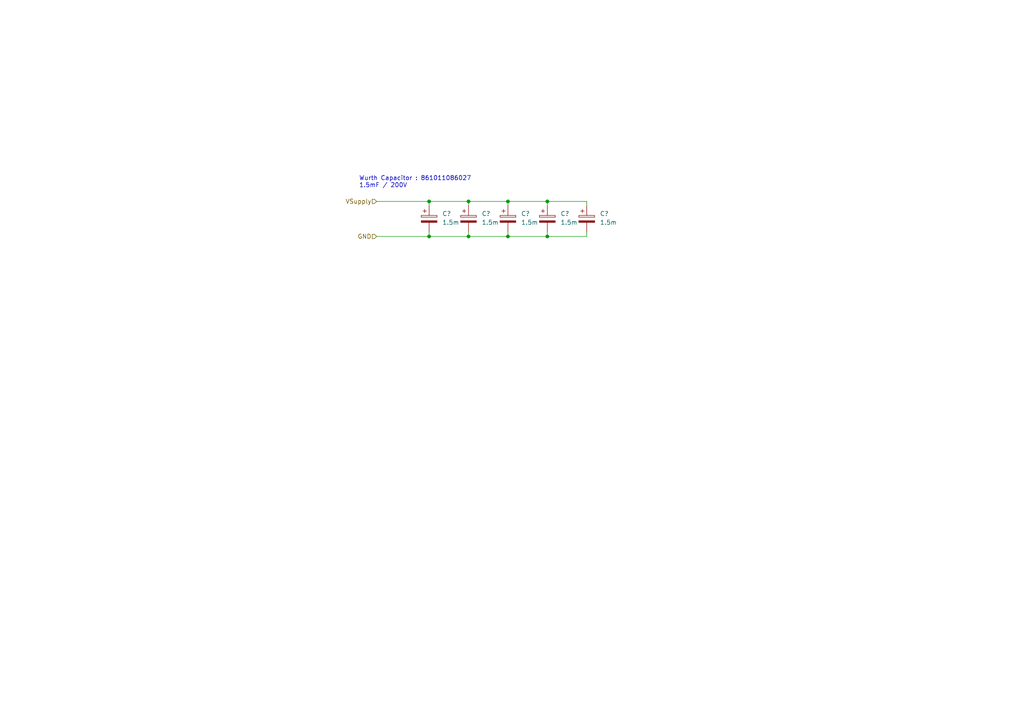
<source format=kicad_sch>
(kicad_sch (version 20230121) (generator eeschema)
  (paper "A4")
  (title_block (title "AAP Inverter") (date "2023-05-01") (company "ENSEA"))
  (lib_symbols
    (symbol "Device:C_Polarized" (pin_numbers hide) (pin_names (offset 0.254))
      (property "Reference" "C" (at 0.635 2.54 0))
      (property "Value" "C_Polarized" (at 0.635 -2.54 0))
      (symbol "C_Polarized_0_1"
        (rectangle (start -2.286 0.508) (end 2.286 1.016))
        (polyline (pts (xy -1.778 2.286) (xy -0.762 2.286)))
        (polyline (pts (xy -1.27 2.794) (xy -1.27 1.778)))
        (rectangle (start 2.286 -0.508) (end -2.286 -1.016) (fill (type outline)))
      )
      (symbol "C_Polarized_1_1"
        (pin passive line (at 0 3.81 270) (length 2.794) (name "~") (number "1"))
        (pin passive line (at 0 -3.81 90) (length 2.794) (name "~") (number "2"))
      )
    )
  )
  (junction (at 147.32 68.58))
  (junction (at 124.46 58.42))
  (junction (at 158.75 68.58))
  (junction (at 135.89 58.42))
  (junction (at 147.32 58.42))
  (junction (at 124.46 68.58))
  (junction (at 158.75 58.42))
  (junction (at 135.89 68.58))
  (wire (pts (xy 147.32 58.42) (xy 158.75 58.42)))
  (wire (pts (xy 124.46 58.42) (xy 124.46 59.69)))
  (wire (pts (xy 109.22 68.58) (xy 124.46 68.58)))
  (wire (pts (xy 158.75 58.42) (xy 158.75 59.69)))
  (wire (pts (xy 124.46 67.31) (xy 124.46 68.58)))
  (wire (pts (xy 147.32 68.58) (xy 158.75 68.58)))
  (wire (pts (xy 135.89 58.42) (xy 147.32 58.42)))
  (wire (pts (xy 109.22 58.42) (xy 124.46 58.42)))
  (wire (pts (xy 158.75 67.31) (xy 158.75 68.58)))
  (wire (pts (xy 147.32 58.42) (xy 147.32 59.69)))
  (wire (pts (xy 135.89 67.31) (xy 135.89 68.58)))
  (wire (pts (xy 158.75 58.42) (xy 170.18 58.42)))
  (wire (pts (xy 135.89 68.58) (xy 147.32 68.58)))
  (wire (pts (xy 170.18 59.69) (xy 170.18 58.42)))
  (wire (pts (xy 124.46 68.58) (xy 135.89 68.58)))
  (wire (pts (xy 124.46 58.42) (xy 135.89 58.42)))
  (wire (pts (xy 147.32 67.31) (xy 147.32 68.58)))
  (wire (pts (xy 170.18 67.31) (xy 170.18 68.58)))
  (wire (pts (xy 135.89 59.69) (xy 135.89 58.42)))
  (wire (pts (xy 158.75 68.58) (xy 170.18 68.58)))
  (text "Wurth Capacitor : 861011086027\n1.5mF / 200V" (at 104.14 54.61 0) (effects (font (size 1.27 1.27)) (justify left bottom)))
  (hierarchical_label "VSupply" (shape input) (at 109.22 58.42 180))
  (hierarchical_label "GND" (shape input) (at 109.22 68.58 180))
  (symbol (lib_id "Device:C_Polarized") (at 135.89 63.5 0) (unit 1)
    (property "Reference" "C?" (at 139.7 61.976 0) (effects (justify left)))
    (property "Value" "1.5m" (at 139.7 64.516 0) (effects (justify left)))
    (property "Footprint" "Capacitor_THT:CP_Radial_D35.0mm_P10.00mm_SnapIn" (effects hide))
    (property "Fournisseur" "Wurth" (effects hide))
    (property "MFR" "861 011 086 027" (effects hide))
    (instances (project "Inverter_KiCAD" (path "" (reference "C?") (unit 1)) (path "" (reference "C1002") (unit 1))))
  )
  (symbol (lib_id "Device:C_Polarized") (at 170.18 63.5 0) (unit 1)
    (property "Reference" "C?" (at 173.99 61.976 0) (effects (justify left)))
    (property "Value" "1.5m" (at 173.99 64.516 0) (effects (justify left)))
    (property "Footprint" "Capacitor_THT:CP_Radial_D35.0mm_P10.00mm_SnapIn" (effects hide))
    (property "Fournisseur" "Wurth" (effects hide))
    (property "MFR" "861 011 086 027" (effects hide))
    (instances (project "Inverter_KiCAD" (path "" (reference "C?") (unit 1)) (path "" (reference "C1005") (unit 1))))
  )
  (symbol (lib_id "Device:C_Polarized") (at 147.32 63.5 0) (unit 1)
    (property "Reference" "C?" (at 151.13 61.976 0) (effects (justify left)))
    (property "Value" "1.5m" (at 151.13 64.516 0) (effects (justify left)))
    (property "Footprint" "Capacitor_THT:CP_Radial_D35.0mm_P10.00mm_SnapIn" (effects hide))
    (property "Fournisseur" "Wurth" (effects hide))
    (property "MFR" "861 011 086 027" (effects hide))
    (instances (project "Inverter_KiCAD" (path "" (reference "C?") (unit 1)) (path "" (reference "C1003") (unit 1))))
  )
  (symbol (lib_id "Device:C_Polarized") (at 158.75 63.5 0) (unit 1)
    (property "Reference" "C?" (at 162.56 61.976 0) (effects (justify left)))
    (property "Value" "1.5m" (at 162.56 64.516 0) (effects (justify left)))
    (property "Footprint" "Capacitor_THT:CP_Radial_D35.0mm_P10.00mm_SnapIn" (effects hide))
    (property "Fournisseur" "Wurth" (effects hide))
    (property "MFR" "861 011 086 027" (effects hide))
    (instances (project "Inverter_KiCAD" (path "" (reference "C?") (unit 1)) (path "" (reference "C1004") (unit 1))))
  )
  (symbol (lib_id "Device:C_Polarized") (at 124.46 63.5 0) (unit 1)
    (property "Reference" "C?" (at 128.27 61.976 0) (effects (justify left)))
    (property "Value" "1.5m" (at 128.27 64.516 0) (effects (justify left)))
    (property "Footprint" "Capacitor_THT:CP_Radial_D35.0mm_P10.00mm_SnapIn" (effects hide))
    (property "Fournisseur" "Wurth" (effects hide))
    (property "MFR" "861 011 086 027" (effects hide))
    (instances (project "Inverter_KiCAD" (path "" (reference "C?") (unit 1)) (path "" (reference "C1001") (unit 1))))
  )
)
</source>
